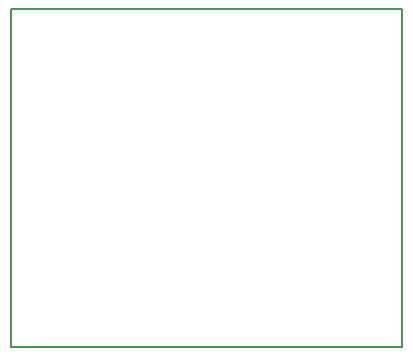
<source format=gbr>
G04 DipTrace 3.3.1.1*
G04 RECU_BLU-BoardOutline.gbr*
%MOIN*%
G04 #@! TF.FileFunction,Profile*
G04 #@! TF.Part,Single*
%ADD11C,0.005512*%
%FSLAX26Y26*%
G04*
G70*
G90*
G75*
G01*
G04 BoardOutline*
%LPD*%
X394000Y394000D2*
D11*
X1699000D1*
Y1519000D1*
X394000D1*
Y394000D1*
M02*

</source>
